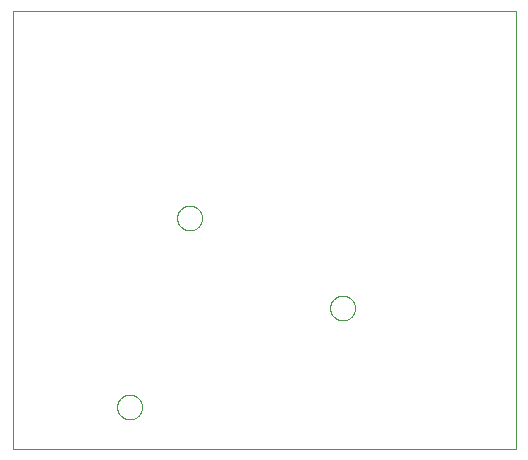
<source format=gko>
G75*
%MOIN*%
%OFA0B0*%
%FSLAX25Y25*%
%IPPOS*%
%LPD*%
%AMOC8*
5,1,8,0,0,1.08239X$1,22.5*
%
%ADD10C,0.00000*%
D10*
X0007800Y0007800D02*
X0007800Y0153761D01*
X0175501Y0153761D01*
X0175501Y0007800D01*
X0007800Y0007800D01*
X0042666Y0021800D02*
X0042668Y0021928D01*
X0042674Y0022056D01*
X0042684Y0022183D01*
X0042698Y0022311D01*
X0042715Y0022437D01*
X0042737Y0022563D01*
X0042763Y0022689D01*
X0042792Y0022813D01*
X0042825Y0022937D01*
X0042862Y0023059D01*
X0042903Y0023180D01*
X0042948Y0023300D01*
X0042996Y0023419D01*
X0043048Y0023536D01*
X0043104Y0023651D01*
X0043163Y0023765D01*
X0043225Y0023876D01*
X0043291Y0023986D01*
X0043360Y0024093D01*
X0043433Y0024199D01*
X0043509Y0024302D01*
X0043588Y0024402D01*
X0043670Y0024501D01*
X0043755Y0024596D01*
X0043843Y0024689D01*
X0043934Y0024779D01*
X0044027Y0024866D01*
X0044124Y0024951D01*
X0044222Y0025032D01*
X0044324Y0025110D01*
X0044427Y0025185D01*
X0044533Y0025257D01*
X0044641Y0025326D01*
X0044751Y0025391D01*
X0044864Y0025452D01*
X0044978Y0025511D01*
X0045093Y0025565D01*
X0045211Y0025616D01*
X0045329Y0025664D01*
X0045450Y0025707D01*
X0045571Y0025747D01*
X0045694Y0025783D01*
X0045818Y0025816D01*
X0045943Y0025844D01*
X0046068Y0025869D01*
X0046194Y0025889D01*
X0046321Y0025906D01*
X0046449Y0025919D01*
X0046576Y0025928D01*
X0046704Y0025933D01*
X0046832Y0025934D01*
X0046960Y0025931D01*
X0047088Y0025924D01*
X0047215Y0025913D01*
X0047342Y0025898D01*
X0047469Y0025880D01*
X0047595Y0025857D01*
X0047720Y0025830D01*
X0047844Y0025800D01*
X0047967Y0025766D01*
X0048090Y0025728D01*
X0048211Y0025686D01*
X0048330Y0025640D01*
X0048448Y0025591D01*
X0048565Y0025538D01*
X0048680Y0025482D01*
X0048793Y0025422D01*
X0048904Y0025359D01*
X0049013Y0025292D01*
X0049120Y0025222D01*
X0049225Y0025148D01*
X0049327Y0025072D01*
X0049427Y0024992D01*
X0049525Y0024909D01*
X0049620Y0024823D01*
X0049712Y0024734D01*
X0049801Y0024643D01*
X0049888Y0024549D01*
X0049971Y0024452D01*
X0050052Y0024352D01*
X0050129Y0024251D01*
X0050204Y0024146D01*
X0050275Y0024040D01*
X0050342Y0023931D01*
X0050407Y0023821D01*
X0050467Y0023708D01*
X0050525Y0023594D01*
X0050578Y0023478D01*
X0050628Y0023360D01*
X0050675Y0023241D01*
X0050718Y0023120D01*
X0050757Y0022998D01*
X0050792Y0022875D01*
X0050823Y0022751D01*
X0050851Y0022626D01*
X0050874Y0022500D01*
X0050894Y0022374D01*
X0050910Y0022247D01*
X0050922Y0022120D01*
X0050930Y0021992D01*
X0050934Y0021864D01*
X0050934Y0021736D01*
X0050930Y0021608D01*
X0050922Y0021480D01*
X0050910Y0021353D01*
X0050894Y0021226D01*
X0050874Y0021100D01*
X0050851Y0020974D01*
X0050823Y0020849D01*
X0050792Y0020725D01*
X0050757Y0020602D01*
X0050718Y0020480D01*
X0050675Y0020359D01*
X0050628Y0020240D01*
X0050578Y0020122D01*
X0050525Y0020006D01*
X0050467Y0019892D01*
X0050407Y0019779D01*
X0050342Y0019669D01*
X0050275Y0019560D01*
X0050204Y0019454D01*
X0050129Y0019349D01*
X0050052Y0019248D01*
X0049971Y0019148D01*
X0049888Y0019051D01*
X0049801Y0018957D01*
X0049712Y0018866D01*
X0049620Y0018777D01*
X0049525Y0018691D01*
X0049427Y0018608D01*
X0049327Y0018528D01*
X0049225Y0018452D01*
X0049120Y0018378D01*
X0049013Y0018308D01*
X0048904Y0018241D01*
X0048793Y0018178D01*
X0048680Y0018118D01*
X0048565Y0018062D01*
X0048448Y0018009D01*
X0048330Y0017960D01*
X0048211Y0017914D01*
X0048090Y0017872D01*
X0047967Y0017834D01*
X0047844Y0017800D01*
X0047720Y0017770D01*
X0047595Y0017743D01*
X0047469Y0017720D01*
X0047342Y0017702D01*
X0047215Y0017687D01*
X0047088Y0017676D01*
X0046960Y0017669D01*
X0046832Y0017666D01*
X0046704Y0017667D01*
X0046576Y0017672D01*
X0046449Y0017681D01*
X0046321Y0017694D01*
X0046194Y0017711D01*
X0046068Y0017731D01*
X0045943Y0017756D01*
X0045818Y0017784D01*
X0045694Y0017817D01*
X0045571Y0017853D01*
X0045450Y0017893D01*
X0045329Y0017936D01*
X0045211Y0017984D01*
X0045093Y0018035D01*
X0044978Y0018089D01*
X0044864Y0018148D01*
X0044751Y0018209D01*
X0044641Y0018274D01*
X0044533Y0018343D01*
X0044427Y0018415D01*
X0044324Y0018490D01*
X0044222Y0018568D01*
X0044124Y0018649D01*
X0044027Y0018734D01*
X0043934Y0018821D01*
X0043843Y0018911D01*
X0043755Y0019004D01*
X0043670Y0019099D01*
X0043588Y0019198D01*
X0043509Y0019298D01*
X0043433Y0019401D01*
X0043360Y0019507D01*
X0043291Y0019614D01*
X0043225Y0019724D01*
X0043163Y0019835D01*
X0043104Y0019949D01*
X0043048Y0020064D01*
X0042996Y0020181D01*
X0042948Y0020300D01*
X0042903Y0020420D01*
X0042862Y0020541D01*
X0042825Y0020663D01*
X0042792Y0020787D01*
X0042763Y0020911D01*
X0042737Y0021037D01*
X0042715Y0021163D01*
X0042698Y0021289D01*
X0042684Y0021417D01*
X0042674Y0021544D01*
X0042668Y0021672D01*
X0042666Y0021800D01*
X0062666Y0084800D02*
X0062668Y0084928D01*
X0062674Y0085056D01*
X0062684Y0085183D01*
X0062698Y0085311D01*
X0062715Y0085437D01*
X0062737Y0085563D01*
X0062763Y0085689D01*
X0062792Y0085813D01*
X0062825Y0085937D01*
X0062862Y0086059D01*
X0062903Y0086180D01*
X0062948Y0086300D01*
X0062996Y0086419D01*
X0063048Y0086536D01*
X0063104Y0086651D01*
X0063163Y0086765D01*
X0063225Y0086876D01*
X0063291Y0086986D01*
X0063360Y0087093D01*
X0063433Y0087199D01*
X0063509Y0087302D01*
X0063588Y0087402D01*
X0063670Y0087501D01*
X0063755Y0087596D01*
X0063843Y0087689D01*
X0063934Y0087779D01*
X0064027Y0087866D01*
X0064124Y0087951D01*
X0064222Y0088032D01*
X0064324Y0088110D01*
X0064427Y0088185D01*
X0064533Y0088257D01*
X0064641Y0088326D01*
X0064751Y0088391D01*
X0064864Y0088452D01*
X0064978Y0088511D01*
X0065093Y0088565D01*
X0065211Y0088616D01*
X0065329Y0088664D01*
X0065450Y0088707D01*
X0065571Y0088747D01*
X0065694Y0088783D01*
X0065818Y0088816D01*
X0065943Y0088844D01*
X0066068Y0088869D01*
X0066194Y0088889D01*
X0066321Y0088906D01*
X0066449Y0088919D01*
X0066576Y0088928D01*
X0066704Y0088933D01*
X0066832Y0088934D01*
X0066960Y0088931D01*
X0067088Y0088924D01*
X0067215Y0088913D01*
X0067342Y0088898D01*
X0067469Y0088880D01*
X0067595Y0088857D01*
X0067720Y0088830D01*
X0067844Y0088800D01*
X0067967Y0088766D01*
X0068090Y0088728D01*
X0068211Y0088686D01*
X0068330Y0088640D01*
X0068448Y0088591D01*
X0068565Y0088538D01*
X0068680Y0088482D01*
X0068793Y0088422D01*
X0068904Y0088359D01*
X0069013Y0088292D01*
X0069120Y0088222D01*
X0069225Y0088148D01*
X0069327Y0088072D01*
X0069427Y0087992D01*
X0069525Y0087909D01*
X0069620Y0087823D01*
X0069712Y0087734D01*
X0069801Y0087643D01*
X0069888Y0087549D01*
X0069971Y0087452D01*
X0070052Y0087352D01*
X0070129Y0087251D01*
X0070204Y0087146D01*
X0070275Y0087040D01*
X0070342Y0086931D01*
X0070407Y0086821D01*
X0070467Y0086708D01*
X0070525Y0086594D01*
X0070578Y0086478D01*
X0070628Y0086360D01*
X0070675Y0086241D01*
X0070718Y0086120D01*
X0070757Y0085998D01*
X0070792Y0085875D01*
X0070823Y0085751D01*
X0070851Y0085626D01*
X0070874Y0085500D01*
X0070894Y0085374D01*
X0070910Y0085247D01*
X0070922Y0085120D01*
X0070930Y0084992D01*
X0070934Y0084864D01*
X0070934Y0084736D01*
X0070930Y0084608D01*
X0070922Y0084480D01*
X0070910Y0084353D01*
X0070894Y0084226D01*
X0070874Y0084100D01*
X0070851Y0083974D01*
X0070823Y0083849D01*
X0070792Y0083725D01*
X0070757Y0083602D01*
X0070718Y0083480D01*
X0070675Y0083359D01*
X0070628Y0083240D01*
X0070578Y0083122D01*
X0070525Y0083006D01*
X0070467Y0082892D01*
X0070407Y0082779D01*
X0070342Y0082669D01*
X0070275Y0082560D01*
X0070204Y0082454D01*
X0070129Y0082349D01*
X0070052Y0082248D01*
X0069971Y0082148D01*
X0069888Y0082051D01*
X0069801Y0081957D01*
X0069712Y0081866D01*
X0069620Y0081777D01*
X0069525Y0081691D01*
X0069427Y0081608D01*
X0069327Y0081528D01*
X0069225Y0081452D01*
X0069120Y0081378D01*
X0069013Y0081308D01*
X0068904Y0081241D01*
X0068793Y0081178D01*
X0068680Y0081118D01*
X0068565Y0081062D01*
X0068448Y0081009D01*
X0068330Y0080960D01*
X0068211Y0080914D01*
X0068090Y0080872D01*
X0067967Y0080834D01*
X0067844Y0080800D01*
X0067720Y0080770D01*
X0067595Y0080743D01*
X0067469Y0080720D01*
X0067342Y0080702D01*
X0067215Y0080687D01*
X0067088Y0080676D01*
X0066960Y0080669D01*
X0066832Y0080666D01*
X0066704Y0080667D01*
X0066576Y0080672D01*
X0066449Y0080681D01*
X0066321Y0080694D01*
X0066194Y0080711D01*
X0066068Y0080731D01*
X0065943Y0080756D01*
X0065818Y0080784D01*
X0065694Y0080817D01*
X0065571Y0080853D01*
X0065450Y0080893D01*
X0065329Y0080936D01*
X0065211Y0080984D01*
X0065093Y0081035D01*
X0064978Y0081089D01*
X0064864Y0081148D01*
X0064751Y0081209D01*
X0064641Y0081274D01*
X0064533Y0081343D01*
X0064427Y0081415D01*
X0064324Y0081490D01*
X0064222Y0081568D01*
X0064124Y0081649D01*
X0064027Y0081734D01*
X0063934Y0081821D01*
X0063843Y0081911D01*
X0063755Y0082004D01*
X0063670Y0082099D01*
X0063588Y0082198D01*
X0063509Y0082298D01*
X0063433Y0082401D01*
X0063360Y0082507D01*
X0063291Y0082614D01*
X0063225Y0082724D01*
X0063163Y0082835D01*
X0063104Y0082949D01*
X0063048Y0083064D01*
X0062996Y0083181D01*
X0062948Y0083300D01*
X0062903Y0083420D01*
X0062862Y0083541D01*
X0062825Y0083663D01*
X0062792Y0083787D01*
X0062763Y0083911D01*
X0062737Y0084037D01*
X0062715Y0084163D01*
X0062698Y0084289D01*
X0062684Y0084417D01*
X0062674Y0084544D01*
X0062668Y0084672D01*
X0062666Y0084800D01*
X0113666Y0054800D02*
X0113668Y0054928D01*
X0113674Y0055056D01*
X0113684Y0055183D01*
X0113698Y0055311D01*
X0113715Y0055437D01*
X0113737Y0055563D01*
X0113763Y0055689D01*
X0113792Y0055813D01*
X0113825Y0055937D01*
X0113862Y0056059D01*
X0113903Y0056180D01*
X0113948Y0056300D01*
X0113996Y0056419D01*
X0114048Y0056536D01*
X0114104Y0056651D01*
X0114163Y0056765D01*
X0114225Y0056876D01*
X0114291Y0056986D01*
X0114360Y0057093D01*
X0114433Y0057199D01*
X0114509Y0057302D01*
X0114588Y0057402D01*
X0114670Y0057501D01*
X0114755Y0057596D01*
X0114843Y0057689D01*
X0114934Y0057779D01*
X0115027Y0057866D01*
X0115124Y0057951D01*
X0115222Y0058032D01*
X0115324Y0058110D01*
X0115427Y0058185D01*
X0115533Y0058257D01*
X0115641Y0058326D01*
X0115751Y0058391D01*
X0115864Y0058452D01*
X0115978Y0058511D01*
X0116093Y0058565D01*
X0116211Y0058616D01*
X0116329Y0058664D01*
X0116450Y0058707D01*
X0116571Y0058747D01*
X0116694Y0058783D01*
X0116818Y0058816D01*
X0116943Y0058844D01*
X0117068Y0058869D01*
X0117194Y0058889D01*
X0117321Y0058906D01*
X0117449Y0058919D01*
X0117576Y0058928D01*
X0117704Y0058933D01*
X0117832Y0058934D01*
X0117960Y0058931D01*
X0118088Y0058924D01*
X0118215Y0058913D01*
X0118342Y0058898D01*
X0118469Y0058880D01*
X0118595Y0058857D01*
X0118720Y0058830D01*
X0118844Y0058800D01*
X0118967Y0058766D01*
X0119090Y0058728D01*
X0119211Y0058686D01*
X0119330Y0058640D01*
X0119448Y0058591D01*
X0119565Y0058538D01*
X0119680Y0058482D01*
X0119793Y0058422D01*
X0119904Y0058359D01*
X0120013Y0058292D01*
X0120120Y0058222D01*
X0120225Y0058148D01*
X0120327Y0058072D01*
X0120427Y0057992D01*
X0120525Y0057909D01*
X0120620Y0057823D01*
X0120712Y0057734D01*
X0120801Y0057643D01*
X0120888Y0057549D01*
X0120971Y0057452D01*
X0121052Y0057352D01*
X0121129Y0057251D01*
X0121204Y0057146D01*
X0121275Y0057040D01*
X0121342Y0056931D01*
X0121407Y0056821D01*
X0121467Y0056708D01*
X0121525Y0056594D01*
X0121578Y0056478D01*
X0121628Y0056360D01*
X0121675Y0056241D01*
X0121718Y0056120D01*
X0121757Y0055998D01*
X0121792Y0055875D01*
X0121823Y0055751D01*
X0121851Y0055626D01*
X0121874Y0055500D01*
X0121894Y0055374D01*
X0121910Y0055247D01*
X0121922Y0055120D01*
X0121930Y0054992D01*
X0121934Y0054864D01*
X0121934Y0054736D01*
X0121930Y0054608D01*
X0121922Y0054480D01*
X0121910Y0054353D01*
X0121894Y0054226D01*
X0121874Y0054100D01*
X0121851Y0053974D01*
X0121823Y0053849D01*
X0121792Y0053725D01*
X0121757Y0053602D01*
X0121718Y0053480D01*
X0121675Y0053359D01*
X0121628Y0053240D01*
X0121578Y0053122D01*
X0121525Y0053006D01*
X0121467Y0052892D01*
X0121407Y0052779D01*
X0121342Y0052669D01*
X0121275Y0052560D01*
X0121204Y0052454D01*
X0121129Y0052349D01*
X0121052Y0052248D01*
X0120971Y0052148D01*
X0120888Y0052051D01*
X0120801Y0051957D01*
X0120712Y0051866D01*
X0120620Y0051777D01*
X0120525Y0051691D01*
X0120427Y0051608D01*
X0120327Y0051528D01*
X0120225Y0051452D01*
X0120120Y0051378D01*
X0120013Y0051308D01*
X0119904Y0051241D01*
X0119793Y0051178D01*
X0119680Y0051118D01*
X0119565Y0051062D01*
X0119448Y0051009D01*
X0119330Y0050960D01*
X0119211Y0050914D01*
X0119090Y0050872D01*
X0118967Y0050834D01*
X0118844Y0050800D01*
X0118720Y0050770D01*
X0118595Y0050743D01*
X0118469Y0050720D01*
X0118342Y0050702D01*
X0118215Y0050687D01*
X0118088Y0050676D01*
X0117960Y0050669D01*
X0117832Y0050666D01*
X0117704Y0050667D01*
X0117576Y0050672D01*
X0117449Y0050681D01*
X0117321Y0050694D01*
X0117194Y0050711D01*
X0117068Y0050731D01*
X0116943Y0050756D01*
X0116818Y0050784D01*
X0116694Y0050817D01*
X0116571Y0050853D01*
X0116450Y0050893D01*
X0116329Y0050936D01*
X0116211Y0050984D01*
X0116093Y0051035D01*
X0115978Y0051089D01*
X0115864Y0051148D01*
X0115751Y0051209D01*
X0115641Y0051274D01*
X0115533Y0051343D01*
X0115427Y0051415D01*
X0115324Y0051490D01*
X0115222Y0051568D01*
X0115124Y0051649D01*
X0115027Y0051734D01*
X0114934Y0051821D01*
X0114843Y0051911D01*
X0114755Y0052004D01*
X0114670Y0052099D01*
X0114588Y0052198D01*
X0114509Y0052298D01*
X0114433Y0052401D01*
X0114360Y0052507D01*
X0114291Y0052614D01*
X0114225Y0052724D01*
X0114163Y0052835D01*
X0114104Y0052949D01*
X0114048Y0053064D01*
X0113996Y0053181D01*
X0113948Y0053300D01*
X0113903Y0053420D01*
X0113862Y0053541D01*
X0113825Y0053663D01*
X0113792Y0053787D01*
X0113763Y0053911D01*
X0113737Y0054037D01*
X0113715Y0054163D01*
X0113698Y0054289D01*
X0113684Y0054417D01*
X0113674Y0054544D01*
X0113668Y0054672D01*
X0113666Y0054800D01*
M02*

</source>
